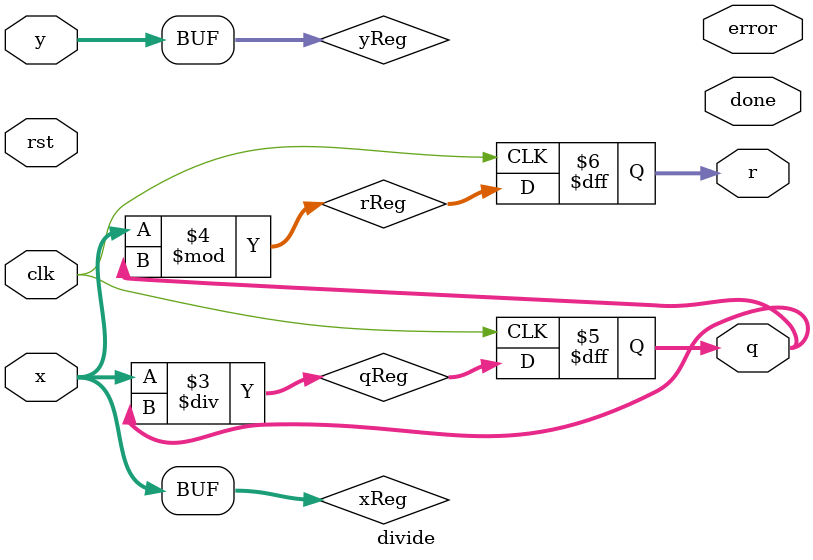
<source format=v>
`timescale 1ns / 1ps


module divide #(
    parameter SIZE = 5
) ( input wire [SIZE-1:0] x,
     input wire [SIZE-1:0] y,
     input rst,
     input clk,
     output reg [SIZE-1:0] q,
     output reg [SIZE-1:0] r,
     output reg error,
     output reg done
);
    reg [SIZE-1:0] xReg;
    reg [SIZE-1:0] yReg;
    reg [SIZE-1:0] qReg;
    reg [SIZE-1:0] rReg;
    
    always @(posedge clk) begin
        q <= qReg;
        r <= rReg;
    end
        
    always @* begin
        xReg = x;
        yReg = y;
        qReg = x/q;
        rReg = x%q;
    end
endmodule

</source>
